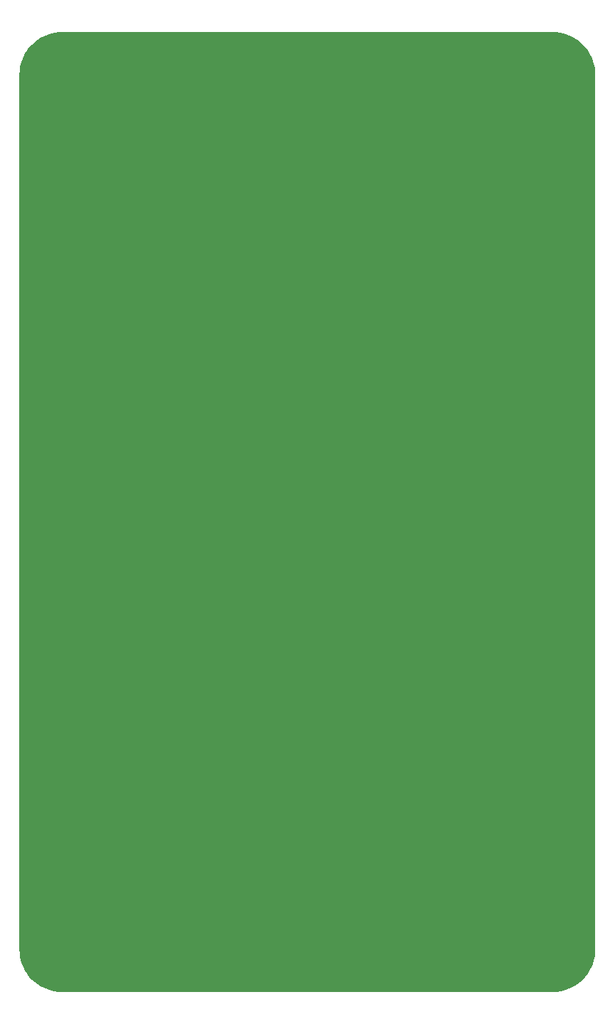
<source format=gbr>
%TF.GenerationSoftware,KiCad,Pcbnew,7.0.8*%
%TF.CreationDate,2023-11-14T15:55:11-08:00*%
%TF.ProjectId,guitar_pedal,67756974-6172-45f7-9065-64616c2e6b69,rev?*%
%TF.SameCoordinates,Original*%
%TF.FileFunction,Soldermask,Top*%
%TF.FilePolarity,Negative*%
%FSLAX46Y46*%
G04 Gerber Fmt 4.6, Leading zero omitted, Abs format (unit mm)*
G04 Created by KiCad (PCBNEW 7.0.8) date 2023-11-14 15:55:11*
%MOMM*%
%LPD*%
G01*
G04 APERTURE LIST*
G04 Aperture macros list*
%AMRoundRect*
0 Rectangle with rounded corners*
0 $1 Rounding radius*
0 $2 $3 $4 $5 $6 $7 $8 $9 X,Y pos of 4 corners*
0 Add a 4 corners polygon primitive as box body*
4,1,4,$2,$3,$4,$5,$6,$7,$8,$9,$2,$3,0*
0 Add four circle primitives for the rounded corners*
1,1,$1+$1,$2,$3*
1,1,$1+$1,$4,$5*
1,1,$1+$1,$6,$7*
1,1,$1+$1,$8,$9*
0 Add four rect primitives between the rounded corners*
20,1,$1+$1,$2,$3,$4,$5,0*
20,1,$1+$1,$4,$5,$6,$7,0*
20,1,$1+$1,$6,$7,$8,$9,0*
20,1,$1+$1,$8,$9,$2,$3,0*%
G04 Aperture macros list end*
%ADD10C,3.500000*%
%ADD11RoundRect,0.250000X0.312500X0.625000X-0.312500X0.625000X-0.312500X-0.625000X0.312500X-0.625000X0*%
%ADD12RoundRect,0.250000X0.325000X0.650000X-0.325000X0.650000X-0.325000X-0.650000X0.325000X-0.650000X0*%
%ADD13RoundRect,0.250000X-0.325000X-0.650000X0.325000X-0.650000X0.325000X0.650000X-0.325000X0.650000X0*%
%ADD14RoundRect,0.250000X-0.650000X0.325000X-0.650000X-0.325000X0.650000X-0.325000X0.650000X0.325000X0*%
%ADD15RoundRect,0.250000X-0.625000X0.312500X-0.625000X-0.312500X0.625000X-0.312500X0.625000X0.312500X0*%
%ADD16R,1.905000X2.000000*%
%ADD17O,1.905000X2.000000*%
%ADD18R,1.800000X1.800000*%
%ADD19C,1.800000*%
%ADD20C,3.000000*%
%ADD21RoundRect,0.250000X-0.312500X-0.625000X0.312500X-0.625000X0.312500X0.625000X-0.312500X0.625000X0*%
%ADD22C,1.500000*%
%ADD23RoundRect,0.218750X0.218750X0.256250X-0.218750X0.256250X-0.218750X-0.256250X0.218750X-0.256250X0*%
%ADD24O,1.600000X1.600000*%
%ADD25R,1.600000X1.600000*%
%ADD26RoundRect,0.250000X0.625000X-0.312500X0.625000X0.312500X-0.625000X0.312500X-0.625000X-0.312500X0*%
%ADD27RoundRect,0.250000X0.650000X-0.325000X0.650000X0.325000X-0.650000X0.325000X-0.650000X-0.325000X0*%
%ADD28R,1.700000X1.700000*%
%ADD29O,1.700000X1.700000*%
%ADD30RoundRect,0.150000X-0.825000X-0.150000X0.825000X-0.150000X0.825000X0.150000X-0.825000X0.150000X0*%
%ADD31R,2.290000X3.000000*%
%ADD32RoundRect,0.150000X0.150000X-0.825000X0.150000X0.825000X-0.150000X0.825000X-0.150000X-0.825000X0*%
%ADD33R,3.000000X2.290000*%
%ADD34R,3.302000X3.302000*%
%ADD35R,1.500000X0.550000*%
%ADD36R,0.550000X1.500000*%
G04 APERTURE END LIST*
D10*
%TO.C,REF\u002A\u002A*%
X154991595Y-148530087D03*
%TD*%
D11*
%TO.C,R5*%
X133760000Y-96405000D03*
X130835000Y-96405000D03*
%TD*%
D12*
%TO.C,C5*%
X132170000Y-83780000D03*
X129220000Y-83780000D03*
%TD*%
D13*
%TO.C,C7*%
X130822500Y-101485000D03*
X133772500Y-101485000D03*
%TD*%
D14*
%TO.C,C3*%
X176735000Y-66040000D03*
X176735000Y-68990000D03*
%TD*%
D15*
%TO.C,R11*%
X154975000Y-92517500D03*
X154975000Y-95442500D03*
%TD*%
D11*
%TO.C,R3*%
X150257500Y-93980000D03*
X147332500Y-93980000D03*
%TD*%
D16*
%TO.C,U2*%
X176735000Y-61285000D03*
D17*
X179275000Y-61285000D03*
X181815000Y-61285000D03*
%TD*%
D18*
%TO.C,D2*%
X154975000Y-101600000D03*
D19*
X154975000Y-99060000D03*
%TD*%
D11*
%TO.C,R8*%
X165497500Y-81280000D03*
X162572500Y-81280000D03*
%TD*%
D20*
%TO.C,J2*%
X175465000Y-147815000D03*
X175465000Y-131585000D03*
X169115000Y-147815000D03*
X169115000Y-131585000D03*
X181815000Y-147815000D03*
X181815000Y-131585000D03*
%TD*%
D12*
%TO.C,C10*%
X165510000Y-96520000D03*
X162560000Y-96520000D03*
%TD*%
D14*
%TO.C,C1*%
X171655000Y-66040000D03*
X171655000Y-68990000D03*
%TD*%
D13*
%TO.C,C16*%
X122985000Y-66040000D03*
X125935000Y-66040000D03*
%TD*%
D11*
%TO.C,R7*%
X165497500Y-91440000D03*
X162572500Y-91440000D03*
%TD*%
D21*
%TO.C,R2*%
X147332500Y-104025000D03*
X150257500Y-104025000D03*
%TD*%
D22*
%TO.C,Y1*%
X138725000Y-78700000D03*
X143605000Y-78700000D03*
%TD*%
D23*
%TO.C,D1*%
X177522500Y-73660000D03*
X175947500Y-73660000D03*
%TD*%
D12*
%TO.C,C14*%
X170590000Y-81280000D03*
X167640000Y-81280000D03*
%TD*%
D24*
%TO.C,J3*%
X135775000Y-58420000D03*
D25*
X138315000Y-58420000D03*
D24*
X135775000Y-60960000D03*
X138315000Y-60960000D03*
X135775000Y-63500000D03*
X138315000Y-63500000D03*
%TD*%
D11*
%TO.C,R4*%
X133760000Y-106565000D03*
X130835000Y-106565000D03*
%TD*%
D26*
%TO.C,R12*%
X131015000Y-70042500D03*
X131015000Y-67117500D03*
%TD*%
D12*
%TO.C,C11*%
X175670000Y-101600000D03*
X172720000Y-101600000D03*
%TD*%
D27*
%TO.C,C15*%
X164035000Y-62435000D03*
X164035000Y-59485000D03*
%TD*%
D28*
%TO.C,RV1*%
X149415000Y-53340000D03*
D29*
X151955000Y-53340000D03*
X154495000Y-53340000D03*
%TD*%
D12*
%TO.C,C17*%
X125935000Y-60960000D03*
X122985000Y-60960000D03*
%TD*%
%TO.C,C13*%
X175670000Y-86360000D03*
X172720000Y-86360000D03*
%TD*%
D10*
%TO.C,REF\u002A\u002A*%
X184355000Y-116840000D03*
%TD*%
D30*
%TO.C,U3*%
X136872500Y-92710000D03*
X136872500Y-93980000D03*
X136872500Y-95250000D03*
X136872500Y-96520000D03*
X141822500Y-96520000D03*
X141822500Y-95250000D03*
X141822500Y-93980000D03*
X141822500Y-92710000D03*
D31*
X139347500Y-94615000D03*
%TD*%
D12*
%TO.C,C12*%
X185830000Y-101600000D03*
X182880000Y-101600000D03*
%TD*%
%TO.C,C8*%
X150270000Y-98945000D03*
X147320000Y-98945000D03*
%TD*%
D13*
%TO.C,C2*%
X162560000Y-68580000D03*
X165510000Y-68580000D03*
%TD*%
D32*
%TO.C,U4*%
X179910000Y-93915000D03*
X181180000Y-93915000D03*
X182450000Y-93915000D03*
X183720000Y-93915000D03*
X183720000Y-88965000D03*
X182450000Y-88965000D03*
X181180000Y-88965000D03*
X179910000Y-88965000D03*
D33*
X181815000Y-91440000D03*
%TD*%
D12*
%TO.C,C22*%
X165510000Y-101600000D03*
X162560000Y-101600000D03*
%TD*%
D28*
%TO.C,BT1*%
X166575000Y-53340000D03*
D29*
X164035000Y-53340000D03*
%TD*%
D13*
%TO.C,C9*%
X147320000Y-88785000D03*
X150270000Y-88785000D03*
%TD*%
D21*
%TO.C,R6*%
X130835000Y-91440000D03*
X133760000Y-91440000D03*
%TD*%
D34*
%TO.C,SW2*%
X149675000Y-115260000D03*
X154975000Y-115260000D03*
X160275000Y-115260000D03*
X149675000Y-119960000D03*
X154975000Y-119960000D03*
X160275000Y-119960000D03*
X149675000Y-124660000D03*
X154975000Y-124660000D03*
X160275000Y-124660000D03*
%TD*%
D12*
%TO.C,C6*%
X132170000Y-78700000D03*
X129220000Y-78700000D03*
%TD*%
D10*
%TO.C,REF\u002A\u002A*%
X184355000Y-45720000D03*
%TD*%
%TO.C,REF\u002A\u002A*%
X125935000Y-45720000D03*
%TD*%
D11*
%TO.C,R10*%
X175657500Y-96520000D03*
X172732500Y-96520000D03*
%TD*%
D28*
%TO.C,SW1*%
X174195000Y-53340000D03*
D29*
X176735000Y-53340000D03*
%TD*%
D27*
%TO.C,C18*%
X181815000Y-68990000D03*
X181815000Y-66040000D03*
%TD*%
D12*
%TO.C,C20*%
X175670000Y-81280000D03*
X172720000Y-81280000D03*
%TD*%
%TO.C,C19*%
X170590000Y-101600000D03*
X167640000Y-101600000D03*
%TD*%
D11*
%TO.C,R9*%
X170577500Y-96520000D03*
X167652500Y-96520000D03*
%TD*%
D20*
%TO.C,J1*%
X134645000Y-131585000D03*
X134645000Y-147815000D03*
X140995000Y-131585000D03*
X140995000Y-147815000D03*
X128295000Y-131585000D03*
X128295000Y-147815000D03*
%TD*%
D35*
%TO.C,U1*%
X146255000Y-63920000D03*
X146255000Y-64720000D03*
X146255000Y-65520000D03*
X146255000Y-66320000D03*
X146255000Y-67120000D03*
X146255000Y-67920000D03*
X146255000Y-68720000D03*
X146255000Y-69520000D03*
X146255000Y-70320000D03*
X146255000Y-71120000D03*
X146255000Y-71920000D03*
D36*
X147955000Y-73620000D03*
X148755000Y-73620000D03*
X149555000Y-73620000D03*
X150355000Y-73620000D03*
X151155000Y-73620000D03*
X151955000Y-73620000D03*
X152755000Y-73620000D03*
X153555000Y-73620000D03*
X154355000Y-73620000D03*
X155155000Y-73620000D03*
X155955000Y-73620000D03*
D35*
X157655000Y-71920000D03*
X157655000Y-71120000D03*
X157655000Y-70320000D03*
X157655000Y-69520000D03*
X157655000Y-68720000D03*
X157655000Y-67920000D03*
X157655000Y-67120000D03*
X157655000Y-66320000D03*
X157655000Y-65520000D03*
X157655000Y-64720000D03*
X157655000Y-63920000D03*
D36*
X155955000Y-62220000D03*
X155155000Y-62220000D03*
X154355000Y-62220000D03*
X153555000Y-62220000D03*
X152755000Y-62220000D03*
X151955000Y-62220000D03*
X151155000Y-62220000D03*
X150355000Y-62220000D03*
X149555000Y-62220000D03*
X148755000Y-62220000D03*
X147955000Y-62220000D03*
%TD*%
D21*
%TO.C,R1*%
X170192500Y-73660000D03*
X173117500Y-73660000D03*
%TD*%
D10*
%TO.C,REF\u002A\u002A*%
X125935000Y-116840000D03*
%TD*%
D11*
%TO.C,R13*%
X165497500Y-86360000D03*
X162572500Y-86360000D03*
%TD*%
D12*
%TO.C,C21*%
X180750000Y-81280000D03*
X177800000Y-81280000D03*
%TD*%
D13*
%TO.C,C4*%
X162560000Y-73660000D03*
X165510000Y-73660000D03*
%TD*%
G36*
X184797816Y-40658333D02*
G01*
X184797860Y-40658337D01*
X185237285Y-40716188D01*
X185237328Y-40716196D01*
X185670039Y-40812125D01*
X185670081Y-40812137D01*
X186092784Y-40945414D01*
X186092825Y-40945429D01*
X186502304Y-41115040D01*
X186502343Y-41115059D01*
X186895481Y-41319714D01*
X186895519Y-41319736D01*
X187269324Y-41557876D01*
X187269359Y-41557901D01*
X187620987Y-41827714D01*
X187621021Y-41827742D01*
X187947794Y-42127175D01*
X187947825Y-42127206D01*
X188247258Y-42453979D01*
X188247286Y-42454013D01*
X188517099Y-42805641D01*
X188517124Y-42805676D01*
X188755264Y-43179481D01*
X188755286Y-43179519D01*
X188959941Y-43572657D01*
X188959960Y-43572696D01*
X189129571Y-43982175D01*
X189129586Y-43982216D01*
X189262863Y-44404919D01*
X189262875Y-44404961D01*
X189358804Y-44837672D01*
X189358812Y-44837715D01*
X189416663Y-45277140D01*
X189416667Y-45277184D01*
X189436000Y-45719978D01*
X189436000Y-149860022D01*
X189416667Y-150302816D01*
X189416663Y-150302860D01*
X189358812Y-150742285D01*
X189358804Y-150742328D01*
X189262875Y-151175039D01*
X189262863Y-151175081D01*
X189129586Y-151597784D01*
X189129571Y-151597825D01*
X188959960Y-152007304D01*
X188959941Y-152007343D01*
X188755286Y-152400481D01*
X188755264Y-152400519D01*
X188517124Y-152774324D01*
X188517099Y-152774359D01*
X188247286Y-153125987D01*
X188247258Y-153126021D01*
X187947825Y-153452794D01*
X187947794Y-153452825D01*
X187621021Y-153752258D01*
X187620987Y-153752286D01*
X187269359Y-154022099D01*
X187269324Y-154022124D01*
X186895519Y-154260264D01*
X186895481Y-154260286D01*
X186502343Y-154464941D01*
X186502304Y-154464960D01*
X186092825Y-154634571D01*
X186092784Y-154634586D01*
X185670081Y-154767863D01*
X185670039Y-154767875D01*
X185237328Y-154863804D01*
X185237285Y-154863812D01*
X184797860Y-154921663D01*
X184797816Y-154921667D01*
X184355022Y-154941000D01*
X125934978Y-154941000D01*
X125492184Y-154921667D01*
X125492140Y-154921663D01*
X125052715Y-154863812D01*
X125052672Y-154863804D01*
X124619961Y-154767875D01*
X124619919Y-154767863D01*
X124197216Y-154634586D01*
X124197175Y-154634571D01*
X123787696Y-154464960D01*
X123787657Y-154464941D01*
X123394519Y-154260286D01*
X123394481Y-154260264D01*
X123020676Y-154022124D01*
X123020641Y-154022099D01*
X122669013Y-153752286D01*
X122668979Y-153752258D01*
X122342206Y-153452825D01*
X122342175Y-153452794D01*
X122042742Y-153126021D01*
X122042714Y-153125987D01*
X121772901Y-152774359D01*
X121772876Y-152774324D01*
X121534736Y-152400519D01*
X121534714Y-152400481D01*
X121330059Y-152007343D01*
X121330040Y-152007304D01*
X121160429Y-151597825D01*
X121160414Y-151597784D01*
X121027137Y-151175081D01*
X121027125Y-151175039D01*
X120931196Y-150742328D01*
X120931188Y-150742285D01*
X120873337Y-150302860D01*
X120873333Y-150302816D01*
X120854000Y-149860022D01*
X120854000Y-45719978D01*
X120873333Y-45277184D01*
X120873337Y-45277140D01*
X120931188Y-44837715D01*
X120931196Y-44837672D01*
X121027125Y-44404961D01*
X121027137Y-44404919D01*
X121160414Y-43982216D01*
X121160429Y-43982175D01*
X121330040Y-43572696D01*
X121330059Y-43572657D01*
X121534714Y-43179519D01*
X121534736Y-43179481D01*
X121772876Y-42805676D01*
X121772901Y-42805641D01*
X122042714Y-42454013D01*
X122042742Y-42453979D01*
X122342175Y-42127206D01*
X122342206Y-42127175D01*
X122668979Y-41827742D01*
X122669013Y-41827714D01*
X123020641Y-41557901D01*
X123020676Y-41557876D01*
X123394481Y-41319736D01*
X123394519Y-41319714D01*
X123787657Y-41115059D01*
X123787696Y-41115040D01*
X124197175Y-40945429D01*
X124197216Y-40945414D01*
X124619919Y-40812137D01*
X124619961Y-40812125D01*
X125052672Y-40716196D01*
X125052715Y-40716188D01*
X125492140Y-40658337D01*
X125492184Y-40658333D01*
X125934978Y-40639000D01*
X184355022Y-40639000D01*
X184797816Y-40658333D01*
G37*
M02*

</source>
